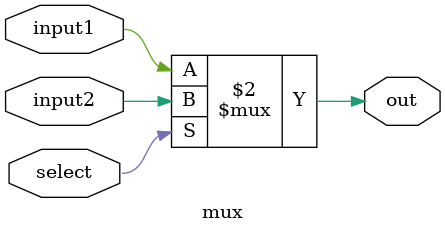
<source format=v>
`timescale 1ns / 1ps

module mux(
    input input1,
    input input2,
    input select,
    output out
);
    
    assign out = (~select)? input1:input2;

endmodule
</source>
